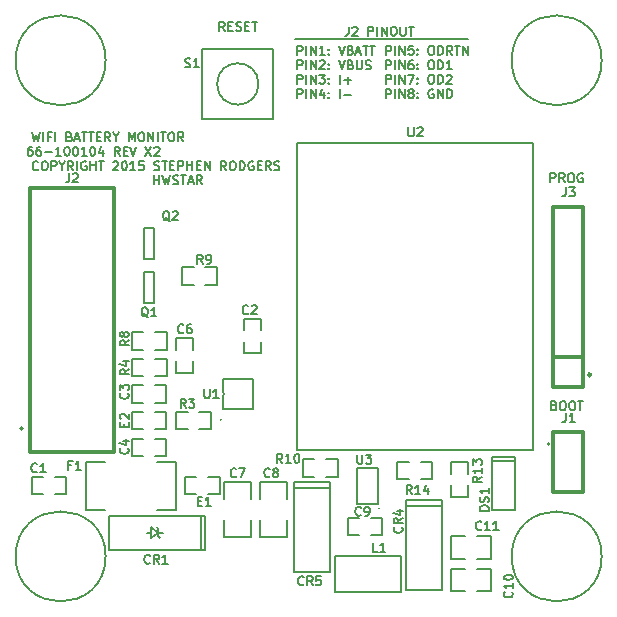
<source format=gto>
G04 #@! TF.FileFunction,Legend,Top*
%FSLAX46Y46*%
G04 Gerber Fmt 4.6, Leading zero omitted, Abs format (unit mm)*
G04 Created by KiCad (PCBNEW (2015-06-05 BZR 5717)-product) date Fri 31 Jul 2015 19:12:08 PDT*
%MOMM*%
G01*
G04 APERTURE LIST*
%ADD10C,0.100000*%
%ADD11C,0.152400*%
%ADD12C,0.200000*%
%ADD13C,0.150000*%
%ADD14C,0.127000*%
%ADD15C,0.304800*%
%ADD16C,0.228600*%
G04 APERTURE END LIST*
D10*
D11*
X121593429Y-70093114D02*
X121774858Y-70855114D01*
X121920001Y-70310829D01*
X122065143Y-70855114D01*
X122246572Y-70093114D01*
X122536858Y-70855114D02*
X122536858Y-70093114D01*
X123153715Y-70455971D02*
X122899715Y-70455971D01*
X122899715Y-70855114D02*
X122899715Y-70093114D01*
X123262572Y-70093114D01*
X123552858Y-70855114D02*
X123552858Y-70093114D01*
X124750286Y-70455971D02*
X124859143Y-70492257D01*
X124895428Y-70528543D01*
X124931714Y-70601114D01*
X124931714Y-70709971D01*
X124895428Y-70782543D01*
X124859143Y-70818829D01*
X124786571Y-70855114D01*
X124496286Y-70855114D01*
X124496286Y-70093114D01*
X124750286Y-70093114D01*
X124822857Y-70129400D01*
X124859143Y-70165686D01*
X124895428Y-70238257D01*
X124895428Y-70310829D01*
X124859143Y-70383400D01*
X124822857Y-70419686D01*
X124750286Y-70455971D01*
X124496286Y-70455971D01*
X125222000Y-70637400D02*
X125584857Y-70637400D01*
X125149428Y-70855114D02*
X125403428Y-70093114D01*
X125657428Y-70855114D01*
X125802571Y-70093114D02*
X126238000Y-70093114D01*
X126020286Y-70855114D02*
X126020286Y-70093114D01*
X126383142Y-70093114D02*
X126818571Y-70093114D01*
X126600857Y-70855114D02*
X126600857Y-70093114D01*
X127072571Y-70455971D02*
X127326571Y-70455971D01*
X127435428Y-70855114D02*
X127072571Y-70855114D01*
X127072571Y-70093114D01*
X127435428Y-70093114D01*
X128197428Y-70855114D02*
X127943428Y-70492257D01*
X127762000Y-70855114D02*
X127762000Y-70093114D01*
X128052285Y-70093114D01*
X128124857Y-70129400D01*
X128161142Y-70165686D01*
X128197428Y-70238257D01*
X128197428Y-70347114D01*
X128161142Y-70419686D01*
X128124857Y-70455971D01*
X128052285Y-70492257D01*
X127762000Y-70492257D01*
X128669142Y-70492257D02*
X128669142Y-70855114D01*
X128415142Y-70093114D02*
X128669142Y-70492257D01*
X128923142Y-70093114D01*
X129757714Y-70855114D02*
X129757714Y-70093114D01*
X130011714Y-70637400D01*
X130265714Y-70093114D01*
X130265714Y-70855114D01*
X130773713Y-70093114D02*
X130918856Y-70093114D01*
X130991428Y-70129400D01*
X131063999Y-70201971D01*
X131100285Y-70347114D01*
X131100285Y-70601114D01*
X131063999Y-70746257D01*
X130991428Y-70818829D01*
X130918856Y-70855114D01*
X130773713Y-70855114D01*
X130701142Y-70818829D01*
X130628571Y-70746257D01*
X130592285Y-70601114D01*
X130592285Y-70347114D01*
X130628571Y-70201971D01*
X130701142Y-70129400D01*
X130773713Y-70093114D01*
X131426857Y-70855114D02*
X131426857Y-70093114D01*
X131862285Y-70855114D01*
X131862285Y-70093114D01*
X132225143Y-70855114D02*
X132225143Y-70093114D01*
X132479142Y-70093114D02*
X132914571Y-70093114D01*
X132696857Y-70855114D02*
X132696857Y-70093114D01*
X133313713Y-70093114D02*
X133458856Y-70093114D01*
X133531428Y-70129400D01*
X133603999Y-70201971D01*
X133640285Y-70347114D01*
X133640285Y-70601114D01*
X133603999Y-70746257D01*
X133531428Y-70818829D01*
X133458856Y-70855114D01*
X133313713Y-70855114D01*
X133241142Y-70818829D01*
X133168571Y-70746257D01*
X133132285Y-70601114D01*
X133132285Y-70347114D01*
X133168571Y-70201971D01*
X133241142Y-70129400D01*
X133313713Y-70093114D01*
X134402285Y-70855114D02*
X134148285Y-70492257D01*
X133966857Y-70855114D02*
X133966857Y-70093114D01*
X134257142Y-70093114D01*
X134329714Y-70129400D01*
X134365999Y-70165686D01*
X134402285Y-70238257D01*
X134402285Y-70347114D01*
X134365999Y-70419686D01*
X134329714Y-70455971D01*
X134257142Y-70492257D01*
X133966857Y-70492257D01*
X121571659Y-71312314D02*
X121426516Y-71312314D01*
X121353945Y-71348600D01*
X121317659Y-71384886D01*
X121245088Y-71493743D01*
X121208802Y-71638886D01*
X121208802Y-71929171D01*
X121245088Y-72001743D01*
X121281373Y-72038029D01*
X121353945Y-72074314D01*
X121499088Y-72074314D01*
X121571659Y-72038029D01*
X121607945Y-72001743D01*
X121644230Y-71929171D01*
X121644230Y-71747743D01*
X121607945Y-71675171D01*
X121571659Y-71638886D01*
X121499088Y-71602600D01*
X121353945Y-71602600D01*
X121281373Y-71638886D01*
X121245088Y-71675171D01*
X121208802Y-71747743D01*
X122297373Y-71312314D02*
X122152230Y-71312314D01*
X122079659Y-71348600D01*
X122043373Y-71384886D01*
X121970802Y-71493743D01*
X121934516Y-71638886D01*
X121934516Y-71929171D01*
X121970802Y-72001743D01*
X122007087Y-72038029D01*
X122079659Y-72074314D01*
X122224802Y-72074314D01*
X122297373Y-72038029D01*
X122333659Y-72001743D01*
X122369944Y-71929171D01*
X122369944Y-71747743D01*
X122333659Y-71675171D01*
X122297373Y-71638886D01*
X122224802Y-71602600D01*
X122079659Y-71602600D01*
X122007087Y-71638886D01*
X121970802Y-71675171D01*
X121934516Y-71747743D01*
X122696516Y-71784029D02*
X123277087Y-71784029D01*
X124039087Y-72074314D02*
X123603659Y-72074314D01*
X123821373Y-72074314D02*
X123821373Y-71312314D01*
X123748802Y-71421171D01*
X123676230Y-71493743D01*
X123603659Y-71530029D01*
X124510801Y-71312314D02*
X124583373Y-71312314D01*
X124655944Y-71348600D01*
X124692230Y-71384886D01*
X124728516Y-71457457D01*
X124764801Y-71602600D01*
X124764801Y-71784029D01*
X124728516Y-71929171D01*
X124692230Y-72001743D01*
X124655944Y-72038029D01*
X124583373Y-72074314D01*
X124510801Y-72074314D01*
X124438230Y-72038029D01*
X124401944Y-72001743D01*
X124365659Y-71929171D01*
X124329373Y-71784029D01*
X124329373Y-71602600D01*
X124365659Y-71457457D01*
X124401944Y-71384886D01*
X124438230Y-71348600D01*
X124510801Y-71312314D01*
X125236515Y-71312314D02*
X125309087Y-71312314D01*
X125381658Y-71348600D01*
X125417944Y-71384886D01*
X125454230Y-71457457D01*
X125490515Y-71602600D01*
X125490515Y-71784029D01*
X125454230Y-71929171D01*
X125417944Y-72001743D01*
X125381658Y-72038029D01*
X125309087Y-72074314D01*
X125236515Y-72074314D01*
X125163944Y-72038029D01*
X125127658Y-72001743D01*
X125091373Y-71929171D01*
X125055087Y-71784029D01*
X125055087Y-71602600D01*
X125091373Y-71457457D01*
X125127658Y-71384886D01*
X125163944Y-71348600D01*
X125236515Y-71312314D01*
X126216229Y-72074314D02*
X125780801Y-72074314D01*
X125998515Y-72074314D02*
X125998515Y-71312314D01*
X125925944Y-71421171D01*
X125853372Y-71493743D01*
X125780801Y-71530029D01*
X126687943Y-71312314D02*
X126760515Y-71312314D01*
X126833086Y-71348600D01*
X126869372Y-71384886D01*
X126905658Y-71457457D01*
X126941943Y-71602600D01*
X126941943Y-71784029D01*
X126905658Y-71929171D01*
X126869372Y-72001743D01*
X126833086Y-72038029D01*
X126760515Y-72074314D01*
X126687943Y-72074314D01*
X126615372Y-72038029D01*
X126579086Y-72001743D01*
X126542801Y-71929171D01*
X126506515Y-71784029D01*
X126506515Y-71602600D01*
X126542801Y-71457457D01*
X126579086Y-71384886D01*
X126615372Y-71348600D01*
X126687943Y-71312314D01*
X127595086Y-71566314D02*
X127595086Y-72074314D01*
X127413657Y-71276029D02*
X127232229Y-71820314D01*
X127703943Y-71820314D01*
X129010228Y-72074314D02*
X128756228Y-71711457D01*
X128574800Y-72074314D02*
X128574800Y-71312314D01*
X128865085Y-71312314D01*
X128937657Y-71348600D01*
X128973942Y-71384886D01*
X129010228Y-71457457D01*
X129010228Y-71566314D01*
X128973942Y-71638886D01*
X128937657Y-71675171D01*
X128865085Y-71711457D01*
X128574800Y-71711457D01*
X129336800Y-71675171D02*
X129590800Y-71675171D01*
X129699657Y-72074314D02*
X129336800Y-72074314D01*
X129336800Y-71312314D01*
X129699657Y-71312314D01*
X129917371Y-71312314D02*
X130171371Y-72074314D01*
X130425371Y-71312314D01*
X131187371Y-71312314D02*
X131695371Y-72074314D01*
X131695371Y-71312314D02*
X131187371Y-72074314D01*
X131949371Y-71384886D02*
X131985657Y-71348600D01*
X132058228Y-71312314D01*
X132239657Y-71312314D01*
X132312228Y-71348600D01*
X132348514Y-71384886D01*
X132384799Y-71457457D01*
X132384799Y-71530029D01*
X132348514Y-71638886D01*
X131913085Y-72074314D01*
X132384799Y-72074314D01*
X131894944Y-74512714D02*
X131894944Y-73750714D01*
X131894944Y-74113571D02*
X132330372Y-74113571D01*
X132330372Y-74512714D02*
X132330372Y-73750714D01*
X132620658Y-73750714D02*
X132802087Y-74512714D01*
X132947230Y-73968429D01*
X133092372Y-74512714D01*
X133273801Y-73750714D01*
X133527801Y-74476429D02*
X133636658Y-74512714D01*
X133818087Y-74512714D01*
X133890658Y-74476429D01*
X133926944Y-74440143D01*
X133963229Y-74367571D01*
X133963229Y-74295000D01*
X133926944Y-74222429D01*
X133890658Y-74186143D01*
X133818087Y-74149857D01*
X133672944Y-74113571D01*
X133600372Y-74077286D01*
X133564087Y-74041000D01*
X133527801Y-73968429D01*
X133527801Y-73895857D01*
X133564087Y-73823286D01*
X133600372Y-73787000D01*
X133672944Y-73750714D01*
X133854372Y-73750714D01*
X133963229Y-73787000D01*
X134180943Y-73750714D02*
X134616372Y-73750714D01*
X134398658Y-74512714D02*
X134398658Y-73750714D01*
X134834086Y-74295000D02*
X135196943Y-74295000D01*
X134761514Y-74512714D02*
X135015514Y-73750714D01*
X135269514Y-74512714D01*
X135958943Y-74512714D02*
X135704943Y-74149857D01*
X135523515Y-74512714D02*
X135523515Y-73750714D01*
X135813800Y-73750714D01*
X135886372Y-73787000D01*
X135922657Y-73823286D01*
X135958943Y-73895857D01*
X135958943Y-74004714D01*
X135922657Y-74077286D01*
X135886372Y-74113571D01*
X135813800Y-74149857D01*
X135523515Y-74149857D01*
X122101429Y-73220943D02*
X122065143Y-73257229D01*
X121956286Y-73293514D01*
X121883715Y-73293514D01*
X121774858Y-73257229D01*
X121702286Y-73184657D01*
X121666001Y-73112086D01*
X121629715Y-72966943D01*
X121629715Y-72858086D01*
X121666001Y-72712943D01*
X121702286Y-72640371D01*
X121774858Y-72567800D01*
X121883715Y-72531514D01*
X121956286Y-72531514D01*
X122065143Y-72567800D01*
X122101429Y-72604086D01*
X122573143Y-72531514D02*
X122718286Y-72531514D01*
X122790858Y-72567800D01*
X122863429Y-72640371D01*
X122899715Y-72785514D01*
X122899715Y-73039514D01*
X122863429Y-73184657D01*
X122790858Y-73257229D01*
X122718286Y-73293514D01*
X122573143Y-73293514D01*
X122500572Y-73257229D01*
X122428001Y-73184657D01*
X122391715Y-73039514D01*
X122391715Y-72785514D01*
X122428001Y-72640371D01*
X122500572Y-72567800D01*
X122573143Y-72531514D01*
X123226287Y-73293514D02*
X123226287Y-72531514D01*
X123516572Y-72531514D01*
X123589144Y-72567800D01*
X123625429Y-72604086D01*
X123661715Y-72676657D01*
X123661715Y-72785514D01*
X123625429Y-72858086D01*
X123589144Y-72894371D01*
X123516572Y-72930657D01*
X123226287Y-72930657D01*
X124133429Y-72930657D02*
X124133429Y-73293514D01*
X123879429Y-72531514D02*
X124133429Y-72930657D01*
X124387429Y-72531514D01*
X125076858Y-73293514D02*
X124822858Y-72930657D01*
X124641430Y-73293514D02*
X124641430Y-72531514D01*
X124931715Y-72531514D01*
X125004287Y-72567800D01*
X125040572Y-72604086D01*
X125076858Y-72676657D01*
X125076858Y-72785514D01*
X125040572Y-72858086D01*
X125004287Y-72894371D01*
X124931715Y-72930657D01*
X124641430Y-72930657D01*
X125403430Y-73293514D02*
X125403430Y-72531514D01*
X126165429Y-72567800D02*
X126092858Y-72531514D01*
X125984001Y-72531514D01*
X125875144Y-72567800D01*
X125802572Y-72640371D01*
X125766287Y-72712943D01*
X125730001Y-72858086D01*
X125730001Y-72966943D01*
X125766287Y-73112086D01*
X125802572Y-73184657D01*
X125875144Y-73257229D01*
X125984001Y-73293514D01*
X126056572Y-73293514D01*
X126165429Y-73257229D01*
X126201715Y-73220943D01*
X126201715Y-72966943D01*
X126056572Y-72966943D01*
X126528287Y-73293514D02*
X126528287Y-72531514D01*
X126528287Y-72894371D02*
X126963715Y-72894371D01*
X126963715Y-73293514D02*
X126963715Y-72531514D01*
X127217715Y-72531514D02*
X127653144Y-72531514D01*
X127435430Y-73293514D02*
X127435430Y-72531514D01*
X128451429Y-72604086D02*
X128487715Y-72567800D01*
X128560286Y-72531514D01*
X128741715Y-72531514D01*
X128814286Y-72567800D01*
X128850572Y-72604086D01*
X128886857Y-72676657D01*
X128886857Y-72749229D01*
X128850572Y-72858086D01*
X128415143Y-73293514D01*
X128886857Y-73293514D01*
X129358571Y-72531514D02*
X129431143Y-72531514D01*
X129503714Y-72567800D01*
X129540000Y-72604086D01*
X129576286Y-72676657D01*
X129612571Y-72821800D01*
X129612571Y-73003229D01*
X129576286Y-73148371D01*
X129540000Y-73220943D01*
X129503714Y-73257229D01*
X129431143Y-73293514D01*
X129358571Y-73293514D01*
X129286000Y-73257229D01*
X129249714Y-73220943D01*
X129213429Y-73148371D01*
X129177143Y-73003229D01*
X129177143Y-72821800D01*
X129213429Y-72676657D01*
X129249714Y-72604086D01*
X129286000Y-72567800D01*
X129358571Y-72531514D01*
X130338285Y-73293514D02*
X129902857Y-73293514D01*
X130120571Y-73293514D02*
X130120571Y-72531514D01*
X130048000Y-72640371D01*
X129975428Y-72712943D01*
X129902857Y-72749229D01*
X131027714Y-72531514D02*
X130664857Y-72531514D01*
X130628571Y-72894371D01*
X130664857Y-72858086D01*
X130737428Y-72821800D01*
X130918857Y-72821800D01*
X130991428Y-72858086D01*
X131027714Y-72894371D01*
X131063999Y-72966943D01*
X131063999Y-73148371D01*
X131027714Y-73220943D01*
X130991428Y-73257229D01*
X130918857Y-73293514D01*
X130737428Y-73293514D01*
X130664857Y-73257229D01*
X130628571Y-73220943D01*
X131934856Y-73257229D02*
X132043713Y-73293514D01*
X132225142Y-73293514D01*
X132297713Y-73257229D01*
X132333999Y-73220943D01*
X132370284Y-73148371D01*
X132370284Y-73075800D01*
X132333999Y-73003229D01*
X132297713Y-72966943D01*
X132225142Y-72930657D01*
X132079999Y-72894371D01*
X132007427Y-72858086D01*
X131971142Y-72821800D01*
X131934856Y-72749229D01*
X131934856Y-72676657D01*
X131971142Y-72604086D01*
X132007427Y-72567800D01*
X132079999Y-72531514D01*
X132261427Y-72531514D01*
X132370284Y-72567800D01*
X132587998Y-72531514D02*
X133023427Y-72531514D01*
X132805713Y-73293514D02*
X132805713Y-72531514D01*
X133277427Y-72894371D02*
X133531427Y-72894371D01*
X133640284Y-73293514D02*
X133277427Y-73293514D01*
X133277427Y-72531514D01*
X133640284Y-72531514D01*
X133966856Y-73293514D02*
X133966856Y-72531514D01*
X134257141Y-72531514D01*
X134329713Y-72567800D01*
X134365998Y-72604086D01*
X134402284Y-72676657D01*
X134402284Y-72785514D01*
X134365998Y-72858086D01*
X134329713Y-72894371D01*
X134257141Y-72930657D01*
X133966856Y-72930657D01*
X134728856Y-73293514D02*
X134728856Y-72531514D01*
X134728856Y-72894371D02*
X135164284Y-72894371D01*
X135164284Y-73293514D02*
X135164284Y-72531514D01*
X135527142Y-72894371D02*
X135781142Y-72894371D01*
X135889999Y-73293514D02*
X135527142Y-73293514D01*
X135527142Y-72531514D01*
X135889999Y-72531514D01*
X136216571Y-73293514D02*
X136216571Y-72531514D01*
X136651999Y-73293514D01*
X136651999Y-72531514D01*
X138030856Y-73293514D02*
X137776856Y-72930657D01*
X137595428Y-73293514D02*
X137595428Y-72531514D01*
X137885713Y-72531514D01*
X137958285Y-72567800D01*
X137994570Y-72604086D01*
X138030856Y-72676657D01*
X138030856Y-72785514D01*
X137994570Y-72858086D01*
X137958285Y-72894371D01*
X137885713Y-72930657D01*
X137595428Y-72930657D01*
X138502570Y-72531514D02*
X138647713Y-72531514D01*
X138720285Y-72567800D01*
X138792856Y-72640371D01*
X138829142Y-72785514D01*
X138829142Y-73039514D01*
X138792856Y-73184657D01*
X138720285Y-73257229D01*
X138647713Y-73293514D01*
X138502570Y-73293514D01*
X138429999Y-73257229D01*
X138357428Y-73184657D01*
X138321142Y-73039514D01*
X138321142Y-72785514D01*
X138357428Y-72640371D01*
X138429999Y-72567800D01*
X138502570Y-72531514D01*
X139155714Y-73293514D02*
X139155714Y-72531514D01*
X139337142Y-72531514D01*
X139445999Y-72567800D01*
X139518571Y-72640371D01*
X139554856Y-72712943D01*
X139591142Y-72858086D01*
X139591142Y-72966943D01*
X139554856Y-73112086D01*
X139518571Y-73184657D01*
X139445999Y-73257229D01*
X139337142Y-73293514D01*
X139155714Y-73293514D01*
X140316856Y-72567800D02*
X140244285Y-72531514D01*
X140135428Y-72531514D01*
X140026571Y-72567800D01*
X139953999Y-72640371D01*
X139917714Y-72712943D01*
X139881428Y-72858086D01*
X139881428Y-72966943D01*
X139917714Y-73112086D01*
X139953999Y-73184657D01*
X140026571Y-73257229D01*
X140135428Y-73293514D01*
X140207999Y-73293514D01*
X140316856Y-73257229D01*
X140353142Y-73220943D01*
X140353142Y-72966943D01*
X140207999Y-72966943D01*
X140679714Y-72894371D02*
X140933714Y-72894371D01*
X141042571Y-73293514D02*
X140679714Y-73293514D01*
X140679714Y-72531514D01*
X141042571Y-72531514D01*
X141804571Y-73293514D02*
X141550571Y-72930657D01*
X141369143Y-73293514D02*
X141369143Y-72531514D01*
X141659428Y-72531514D01*
X141732000Y-72567800D01*
X141768285Y-72604086D01*
X141804571Y-72676657D01*
X141804571Y-72785514D01*
X141768285Y-72858086D01*
X141732000Y-72894371D01*
X141659428Y-72930657D01*
X141369143Y-72930657D01*
X142094857Y-73257229D02*
X142203714Y-73293514D01*
X142385143Y-73293514D01*
X142457714Y-73257229D01*
X142494000Y-73220943D01*
X142530285Y-73148371D01*
X142530285Y-73075800D01*
X142494000Y-73003229D01*
X142457714Y-72966943D01*
X142385143Y-72930657D01*
X142240000Y-72894371D01*
X142167428Y-72858086D01*
X142131143Y-72821800D01*
X142094857Y-72749229D01*
X142094857Y-72676657D01*
X142131143Y-72604086D01*
X142167428Y-72567800D01*
X142240000Y-72531514D01*
X142421428Y-72531514D01*
X142530285Y-72567800D01*
X148383172Y-61152314D02*
X148383172Y-61696600D01*
X148346886Y-61805457D01*
X148274315Y-61878029D01*
X148165458Y-61914314D01*
X148092886Y-61914314D01*
X148709743Y-61224886D02*
X148746029Y-61188600D01*
X148818600Y-61152314D01*
X149000029Y-61152314D01*
X149072600Y-61188600D01*
X149108886Y-61224886D01*
X149145171Y-61297457D01*
X149145171Y-61370029D01*
X149108886Y-61478886D01*
X148673457Y-61914314D01*
X149145171Y-61914314D01*
X150052314Y-61914314D02*
X150052314Y-61152314D01*
X150342599Y-61152314D01*
X150415171Y-61188600D01*
X150451456Y-61224886D01*
X150487742Y-61297457D01*
X150487742Y-61406314D01*
X150451456Y-61478886D01*
X150415171Y-61515171D01*
X150342599Y-61551457D01*
X150052314Y-61551457D01*
X150814314Y-61914314D02*
X150814314Y-61152314D01*
X151177171Y-61914314D02*
X151177171Y-61152314D01*
X151612599Y-61914314D01*
X151612599Y-61152314D01*
X152120599Y-61152314D02*
X152265742Y-61152314D01*
X152338314Y-61188600D01*
X152410885Y-61261171D01*
X152447171Y-61406314D01*
X152447171Y-61660314D01*
X152410885Y-61805457D01*
X152338314Y-61878029D01*
X152265742Y-61914314D01*
X152120599Y-61914314D01*
X152048028Y-61878029D01*
X151975457Y-61805457D01*
X151939171Y-61660314D01*
X151939171Y-61406314D01*
X151975457Y-61261171D01*
X152048028Y-61188600D01*
X152120599Y-61152314D01*
X152773743Y-61152314D02*
X152773743Y-61769171D01*
X152810028Y-61841743D01*
X152846314Y-61878029D01*
X152918885Y-61914314D01*
X153064028Y-61914314D01*
X153136600Y-61878029D01*
X153172885Y-61841743D01*
X153209171Y-61769171D01*
X153209171Y-61152314D01*
X153463171Y-61152314D02*
X153898600Y-61152314D01*
X153680886Y-61914314D02*
X153680886Y-61152314D01*
D12*
X143865600Y-62179200D02*
X158496000Y-62179200D01*
D11*
X151565429Y-63539914D02*
X151565429Y-62777914D01*
X151855714Y-62777914D01*
X151928286Y-62814200D01*
X151964571Y-62850486D01*
X152000857Y-62923057D01*
X152000857Y-63031914D01*
X151964571Y-63104486D01*
X151928286Y-63140771D01*
X151855714Y-63177057D01*
X151565429Y-63177057D01*
X152327429Y-63539914D02*
X152327429Y-62777914D01*
X152690286Y-63539914D02*
X152690286Y-62777914D01*
X153125714Y-63539914D01*
X153125714Y-62777914D01*
X153851429Y-62777914D02*
X153488572Y-62777914D01*
X153452286Y-63140771D01*
X153488572Y-63104486D01*
X153561143Y-63068200D01*
X153742572Y-63068200D01*
X153815143Y-63104486D01*
X153851429Y-63140771D01*
X153887714Y-63213343D01*
X153887714Y-63394771D01*
X153851429Y-63467343D01*
X153815143Y-63503629D01*
X153742572Y-63539914D01*
X153561143Y-63539914D01*
X153488572Y-63503629D01*
X153452286Y-63467343D01*
X154214286Y-63467343D02*
X154250571Y-63503629D01*
X154214286Y-63539914D01*
X154178000Y-63503629D01*
X154214286Y-63467343D01*
X154214286Y-63539914D01*
X154214286Y-63068200D02*
X154250571Y-63104486D01*
X154214286Y-63140771D01*
X154178000Y-63104486D01*
X154214286Y-63068200D01*
X154214286Y-63140771D01*
X155302856Y-62777914D02*
X155447999Y-62777914D01*
X155520571Y-62814200D01*
X155593142Y-62886771D01*
X155629428Y-63031914D01*
X155629428Y-63285914D01*
X155593142Y-63431057D01*
X155520571Y-63503629D01*
X155447999Y-63539914D01*
X155302856Y-63539914D01*
X155230285Y-63503629D01*
X155157714Y-63431057D01*
X155121428Y-63285914D01*
X155121428Y-63031914D01*
X155157714Y-62886771D01*
X155230285Y-62814200D01*
X155302856Y-62777914D01*
X155956000Y-63539914D02*
X155956000Y-62777914D01*
X156137428Y-62777914D01*
X156246285Y-62814200D01*
X156318857Y-62886771D01*
X156355142Y-62959343D01*
X156391428Y-63104486D01*
X156391428Y-63213343D01*
X156355142Y-63358486D01*
X156318857Y-63431057D01*
X156246285Y-63503629D01*
X156137428Y-63539914D01*
X155956000Y-63539914D01*
X157153428Y-63539914D02*
X156899428Y-63177057D01*
X156718000Y-63539914D02*
X156718000Y-62777914D01*
X157008285Y-62777914D01*
X157080857Y-62814200D01*
X157117142Y-62850486D01*
X157153428Y-62923057D01*
X157153428Y-63031914D01*
X157117142Y-63104486D01*
X157080857Y-63140771D01*
X157008285Y-63177057D01*
X156718000Y-63177057D01*
X157371142Y-62777914D02*
X157806571Y-62777914D01*
X157588857Y-63539914D02*
X157588857Y-62777914D01*
X158060571Y-63539914D02*
X158060571Y-62777914D01*
X158495999Y-63539914D01*
X158495999Y-62777914D01*
X151565429Y-64759114D02*
X151565429Y-63997114D01*
X151855714Y-63997114D01*
X151928286Y-64033400D01*
X151964571Y-64069686D01*
X152000857Y-64142257D01*
X152000857Y-64251114D01*
X151964571Y-64323686D01*
X151928286Y-64359971D01*
X151855714Y-64396257D01*
X151565429Y-64396257D01*
X152327429Y-64759114D02*
X152327429Y-63997114D01*
X152690286Y-64759114D02*
X152690286Y-63997114D01*
X153125714Y-64759114D01*
X153125714Y-63997114D01*
X153815143Y-63997114D02*
X153670000Y-63997114D01*
X153597429Y-64033400D01*
X153561143Y-64069686D01*
X153488572Y-64178543D01*
X153452286Y-64323686D01*
X153452286Y-64613971D01*
X153488572Y-64686543D01*
X153524857Y-64722829D01*
X153597429Y-64759114D01*
X153742572Y-64759114D01*
X153815143Y-64722829D01*
X153851429Y-64686543D01*
X153887714Y-64613971D01*
X153887714Y-64432543D01*
X153851429Y-64359971D01*
X153815143Y-64323686D01*
X153742572Y-64287400D01*
X153597429Y-64287400D01*
X153524857Y-64323686D01*
X153488572Y-64359971D01*
X153452286Y-64432543D01*
X154214286Y-64686543D02*
X154250571Y-64722829D01*
X154214286Y-64759114D01*
X154178000Y-64722829D01*
X154214286Y-64686543D01*
X154214286Y-64759114D01*
X154214286Y-64287400D02*
X154250571Y-64323686D01*
X154214286Y-64359971D01*
X154178000Y-64323686D01*
X154214286Y-64287400D01*
X154214286Y-64359971D01*
X155302856Y-63997114D02*
X155447999Y-63997114D01*
X155520571Y-64033400D01*
X155593142Y-64105971D01*
X155629428Y-64251114D01*
X155629428Y-64505114D01*
X155593142Y-64650257D01*
X155520571Y-64722829D01*
X155447999Y-64759114D01*
X155302856Y-64759114D01*
X155230285Y-64722829D01*
X155157714Y-64650257D01*
X155121428Y-64505114D01*
X155121428Y-64251114D01*
X155157714Y-64105971D01*
X155230285Y-64033400D01*
X155302856Y-63997114D01*
X155956000Y-64759114D02*
X155956000Y-63997114D01*
X156137428Y-63997114D01*
X156246285Y-64033400D01*
X156318857Y-64105971D01*
X156355142Y-64178543D01*
X156391428Y-64323686D01*
X156391428Y-64432543D01*
X156355142Y-64577686D01*
X156318857Y-64650257D01*
X156246285Y-64722829D01*
X156137428Y-64759114D01*
X155956000Y-64759114D01*
X157117142Y-64759114D02*
X156681714Y-64759114D01*
X156899428Y-64759114D02*
X156899428Y-63997114D01*
X156826857Y-64105971D01*
X156754285Y-64178543D01*
X156681714Y-64214829D01*
X151565429Y-65978314D02*
X151565429Y-65216314D01*
X151855714Y-65216314D01*
X151928286Y-65252600D01*
X151964571Y-65288886D01*
X152000857Y-65361457D01*
X152000857Y-65470314D01*
X151964571Y-65542886D01*
X151928286Y-65579171D01*
X151855714Y-65615457D01*
X151565429Y-65615457D01*
X152327429Y-65978314D02*
X152327429Y-65216314D01*
X152690286Y-65978314D02*
X152690286Y-65216314D01*
X153125714Y-65978314D01*
X153125714Y-65216314D01*
X153416000Y-65216314D02*
X153924000Y-65216314D01*
X153597429Y-65978314D01*
X154214286Y-65905743D02*
X154250571Y-65942029D01*
X154214286Y-65978314D01*
X154178000Y-65942029D01*
X154214286Y-65905743D01*
X154214286Y-65978314D01*
X154214286Y-65506600D02*
X154250571Y-65542886D01*
X154214286Y-65579171D01*
X154178000Y-65542886D01*
X154214286Y-65506600D01*
X154214286Y-65579171D01*
X155302856Y-65216314D02*
X155447999Y-65216314D01*
X155520571Y-65252600D01*
X155593142Y-65325171D01*
X155629428Y-65470314D01*
X155629428Y-65724314D01*
X155593142Y-65869457D01*
X155520571Y-65942029D01*
X155447999Y-65978314D01*
X155302856Y-65978314D01*
X155230285Y-65942029D01*
X155157714Y-65869457D01*
X155121428Y-65724314D01*
X155121428Y-65470314D01*
X155157714Y-65325171D01*
X155230285Y-65252600D01*
X155302856Y-65216314D01*
X155956000Y-65978314D02*
X155956000Y-65216314D01*
X156137428Y-65216314D01*
X156246285Y-65252600D01*
X156318857Y-65325171D01*
X156355142Y-65397743D01*
X156391428Y-65542886D01*
X156391428Y-65651743D01*
X156355142Y-65796886D01*
X156318857Y-65869457D01*
X156246285Y-65942029D01*
X156137428Y-65978314D01*
X155956000Y-65978314D01*
X156681714Y-65288886D02*
X156718000Y-65252600D01*
X156790571Y-65216314D01*
X156972000Y-65216314D01*
X157044571Y-65252600D01*
X157080857Y-65288886D01*
X157117142Y-65361457D01*
X157117142Y-65434029D01*
X157080857Y-65542886D01*
X156645428Y-65978314D01*
X157117142Y-65978314D01*
X151565429Y-67197514D02*
X151565429Y-66435514D01*
X151855714Y-66435514D01*
X151928286Y-66471800D01*
X151964571Y-66508086D01*
X152000857Y-66580657D01*
X152000857Y-66689514D01*
X151964571Y-66762086D01*
X151928286Y-66798371D01*
X151855714Y-66834657D01*
X151565429Y-66834657D01*
X152327429Y-67197514D02*
X152327429Y-66435514D01*
X152690286Y-67197514D02*
X152690286Y-66435514D01*
X153125714Y-67197514D01*
X153125714Y-66435514D01*
X153597429Y-66762086D02*
X153524857Y-66725800D01*
X153488572Y-66689514D01*
X153452286Y-66616943D01*
X153452286Y-66580657D01*
X153488572Y-66508086D01*
X153524857Y-66471800D01*
X153597429Y-66435514D01*
X153742572Y-66435514D01*
X153815143Y-66471800D01*
X153851429Y-66508086D01*
X153887714Y-66580657D01*
X153887714Y-66616943D01*
X153851429Y-66689514D01*
X153815143Y-66725800D01*
X153742572Y-66762086D01*
X153597429Y-66762086D01*
X153524857Y-66798371D01*
X153488572Y-66834657D01*
X153452286Y-66907229D01*
X153452286Y-67052371D01*
X153488572Y-67124943D01*
X153524857Y-67161229D01*
X153597429Y-67197514D01*
X153742572Y-67197514D01*
X153815143Y-67161229D01*
X153851429Y-67124943D01*
X153887714Y-67052371D01*
X153887714Y-66907229D01*
X153851429Y-66834657D01*
X153815143Y-66798371D01*
X153742572Y-66762086D01*
X154214286Y-67124943D02*
X154250571Y-67161229D01*
X154214286Y-67197514D01*
X154178000Y-67161229D01*
X154214286Y-67124943D01*
X154214286Y-67197514D01*
X154214286Y-66725800D02*
X154250571Y-66762086D01*
X154214286Y-66798371D01*
X154178000Y-66762086D01*
X154214286Y-66725800D01*
X154214286Y-66798371D01*
X155556856Y-66471800D02*
X155484285Y-66435514D01*
X155375428Y-66435514D01*
X155266571Y-66471800D01*
X155193999Y-66544371D01*
X155157714Y-66616943D01*
X155121428Y-66762086D01*
X155121428Y-66870943D01*
X155157714Y-67016086D01*
X155193999Y-67088657D01*
X155266571Y-67161229D01*
X155375428Y-67197514D01*
X155447999Y-67197514D01*
X155556856Y-67161229D01*
X155593142Y-67124943D01*
X155593142Y-66870943D01*
X155447999Y-66870943D01*
X155919714Y-67197514D02*
X155919714Y-66435514D01*
X156355142Y-67197514D01*
X156355142Y-66435514D01*
X156718000Y-67197514D02*
X156718000Y-66435514D01*
X156899428Y-66435514D01*
X157008285Y-66471800D01*
X157080857Y-66544371D01*
X157117142Y-66616943D01*
X157153428Y-66762086D01*
X157153428Y-66870943D01*
X157117142Y-67016086D01*
X157080857Y-67088657D01*
X157008285Y-67161229D01*
X156899428Y-67197514D01*
X156718000Y-67197514D01*
X144047029Y-63539914D02*
X144047029Y-62777914D01*
X144337314Y-62777914D01*
X144409886Y-62814200D01*
X144446171Y-62850486D01*
X144482457Y-62923057D01*
X144482457Y-63031914D01*
X144446171Y-63104486D01*
X144409886Y-63140771D01*
X144337314Y-63177057D01*
X144047029Y-63177057D01*
X144809029Y-63539914D02*
X144809029Y-62777914D01*
X145171886Y-63539914D02*
X145171886Y-62777914D01*
X145607314Y-63539914D01*
X145607314Y-62777914D01*
X146369314Y-63539914D02*
X145933886Y-63539914D01*
X146151600Y-63539914D02*
X146151600Y-62777914D01*
X146079029Y-62886771D01*
X146006457Y-62959343D01*
X145933886Y-62995629D01*
X146695886Y-63467343D02*
X146732171Y-63503629D01*
X146695886Y-63539914D01*
X146659600Y-63503629D01*
X146695886Y-63467343D01*
X146695886Y-63539914D01*
X146695886Y-63068200D02*
X146732171Y-63104486D01*
X146695886Y-63140771D01*
X146659600Y-63104486D01*
X146695886Y-63068200D01*
X146695886Y-63140771D01*
X147530456Y-62777914D02*
X147784456Y-63539914D01*
X148038456Y-62777914D01*
X148546457Y-63140771D02*
X148655314Y-63177057D01*
X148691599Y-63213343D01*
X148727885Y-63285914D01*
X148727885Y-63394771D01*
X148691599Y-63467343D01*
X148655314Y-63503629D01*
X148582742Y-63539914D01*
X148292457Y-63539914D01*
X148292457Y-62777914D01*
X148546457Y-62777914D01*
X148619028Y-62814200D01*
X148655314Y-62850486D01*
X148691599Y-62923057D01*
X148691599Y-62995629D01*
X148655314Y-63068200D01*
X148619028Y-63104486D01*
X148546457Y-63140771D01*
X148292457Y-63140771D01*
X149018171Y-63322200D02*
X149381028Y-63322200D01*
X148945599Y-63539914D02*
X149199599Y-62777914D01*
X149453599Y-63539914D01*
X149598742Y-62777914D02*
X150034171Y-62777914D01*
X149816457Y-63539914D02*
X149816457Y-62777914D01*
X150179313Y-62777914D02*
X150614742Y-62777914D01*
X150397028Y-63539914D02*
X150397028Y-62777914D01*
X144047029Y-64759114D02*
X144047029Y-63997114D01*
X144337314Y-63997114D01*
X144409886Y-64033400D01*
X144446171Y-64069686D01*
X144482457Y-64142257D01*
X144482457Y-64251114D01*
X144446171Y-64323686D01*
X144409886Y-64359971D01*
X144337314Y-64396257D01*
X144047029Y-64396257D01*
X144809029Y-64759114D02*
X144809029Y-63997114D01*
X145171886Y-64759114D02*
X145171886Y-63997114D01*
X145607314Y-64759114D01*
X145607314Y-63997114D01*
X145933886Y-64069686D02*
X145970172Y-64033400D01*
X146042743Y-63997114D01*
X146224172Y-63997114D01*
X146296743Y-64033400D01*
X146333029Y-64069686D01*
X146369314Y-64142257D01*
X146369314Y-64214829D01*
X146333029Y-64323686D01*
X145897600Y-64759114D01*
X146369314Y-64759114D01*
X146695886Y-64686543D02*
X146732171Y-64722829D01*
X146695886Y-64759114D01*
X146659600Y-64722829D01*
X146695886Y-64686543D01*
X146695886Y-64759114D01*
X146695886Y-64287400D02*
X146732171Y-64323686D01*
X146695886Y-64359971D01*
X146659600Y-64323686D01*
X146695886Y-64287400D01*
X146695886Y-64359971D01*
X147530456Y-63997114D02*
X147784456Y-64759114D01*
X148038456Y-63997114D01*
X148546457Y-64359971D02*
X148655314Y-64396257D01*
X148691599Y-64432543D01*
X148727885Y-64505114D01*
X148727885Y-64613971D01*
X148691599Y-64686543D01*
X148655314Y-64722829D01*
X148582742Y-64759114D01*
X148292457Y-64759114D01*
X148292457Y-63997114D01*
X148546457Y-63997114D01*
X148619028Y-64033400D01*
X148655314Y-64069686D01*
X148691599Y-64142257D01*
X148691599Y-64214829D01*
X148655314Y-64287400D01*
X148619028Y-64323686D01*
X148546457Y-64359971D01*
X148292457Y-64359971D01*
X149054457Y-63997114D02*
X149054457Y-64613971D01*
X149090742Y-64686543D01*
X149127028Y-64722829D01*
X149199599Y-64759114D01*
X149344742Y-64759114D01*
X149417314Y-64722829D01*
X149453599Y-64686543D01*
X149489885Y-64613971D01*
X149489885Y-63997114D01*
X149816457Y-64722829D02*
X149925314Y-64759114D01*
X150106743Y-64759114D01*
X150179314Y-64722829D01*
X150215600Y-64686543D01*
X150251885Y-64613971D01*
X150251885Y-64541400D01*
X150215600Y-64468829D01*
X150179314Y-64432543D01*
X150106743Y-64396257D01*
X149961600Y-64359971D01*
X149889028Y-64323686D01*
X149852743Y-64287400D01*
X149816457Y-64214829D01*
X149816457Y-64142257D01*
X149852743Y-64069686D01*
X149889028Y-64033400D01*
X149961600Y-63997114D01*
X150143028Y-63997114D01*
X150251885Y-64033400D01*
X144047029Y-65978314D02*
X144047029Y-65216314D01*
X144337314Y-65216314D01*
X144409886Y-65252600D01*
X144446171Y-65288886D01*
X144482457Y-65361457D01*
X144482457Y-65470314D01*
X144446171Y-65542886D01*
X144409886Y-65579171D01*
X144337314Y-65615457D01*
X144047029Y-65615457D01*
X144809029Y-65978314D02*
X144809029Y-65216314D01*
X145171886Y-65978314D02*
X145171886Y-65216314D01*
X145607314Y-65978314D01*
X145607314Y-65216314D01*
X145897600Y-65216314D02*
X146369314Y-65216314D01*
X146115314Y-65506600D01*
X146224172Y-65506600D01*
X146296743Y-65542886D01*
X146333029Y-65579171D01*
X146369314Y-65651743D01*
X146369314Y-65833171D01*
X146333029Y-65905743D01*
X146296743Y-65942029D01*
X146224172Y-65978314D01*
X146006457Y-65978314D01*
X145933886Y-65942029D01*
X145897600Y-65905743D01*
X146695886Y-65905743D02*
X146732171Y-65942029D01*
X146695886Y-65978314D01*
X146659600Y-65942029D01*
X146695886Y-65905743D01*
X146695886Y-65978314D01*
X146695886Y-65506600D02*
X146732171Y-65542886D01*
X146695886Y-65579171D01*
X146659600Y-65542886D01*
X146695886Y-65506600D01*
X146695886Y-65579171D01*
X147639314Y-65978314D02*
X147639314Y-65216314D01*
X148002171Y-65688029D02*
X148582742Y-65688029D01*
X148292456Y-65978314D02*
X148292456Y-65397743D01*
X144047029Y-67197514D02*
X144047029Y-66435514D01*
X144337314Y-66435514D01*
X144409886Y-66471800D01*
X144446171Y-66508086D01*
X144482457Y-66580657D01*
X144482457Y-66689514D01*
X144446171Y-66762086D01*
X144409886Y-66798371D01*
X144337314Y-66834657D01*
X144047029Y-66834657D01*
X144809029Y-67197514D02*
X144809029Y-66435514D01*
X145171886Y-67197514D02*
X145171886Y-66435514D01*
X145607314Y-67197514D01*
X145607314Y-66435514D01*
X146296743Y-66689514D02*
X146296743Y-67197514D01*
X146115314Y-66399229D02*
X145933886Y-66943514D01*
X146405600Y-66943514D01*
X146695886Y-67124943D02*
X146732171Y-67161229D01*
X146695886Y-67197514D01*
X146659600Y-67161229D01*
X146695886Y-67124943D01*
X146695886Y-67197514D01*
X146695886Y-66725800D02*
X146732171Y-66762086D01*
X146695886Y-66798371D01*
X146659600Y-66762086D01*
X146695886Y-66725800D01*
X146695886Y-66798371D01*
X147639314Y-67197514D02*
X147639314Y-66435514D01*
X148002171Y-66907229D02*
X148582742Y-66907229D01*
X137882086Y-61507914D02*
X137628086Y-61145057D01*
X137446658Y-61507914D02*
X137446658Y-60745914D01*
X137736943Y-60745914D01*
X137809515Y-60782200D01*
X137845800Y-60818486D01*
X137882086Y-60891057D01*
X137882086Y-60999914D01*
X137845800Y-61072486D01*
X137809515Y-61108771D01*
X137736943Y-61145057D01*
X137446658Y-61145057D01*
X138208658Y-61108771D02*
X138462658Y-61108771D01*
X138571515Y-61507914D02*
X138208658Y-61507914D01*
X138208658Y-60745914D01*
X138571515Y-60745914D01*
X138861801Y-61471629D02*
X138970658Y-61507914D01*
X139152087Y-61507914D01*
X139224658Y-61471629D01*
X139260944Y-61435343D01*
X139297229Y-61362771D01*
X139297229Y-61290200D01*
X139260944Y-61217629D01*
X139224658Y-61181343D01*
X139152087Y-61145057D01*
X139006944Y-61108771D01*
X138934372Y-61072486D01*
X138898087Y-61036200D01*
X138861801Y-60963629D01*
X138861801Y-60891057D01*
X138898087Y-60818486D01*
X138934372Y-60782200D01*
X139006944Y-60745914D01*
X139188372Y-60745914D01*
X139297229Y-60782200D01*
X139623801Y-61108771D02*
X139877801Y-61108771D01*
X139986658Y-61507914D02*
X139623801Y-61507914D01*
X139623801Y-60745914D01*
X139986658Y-60745914D01*
X140204372Y-60745914D02*
X140639801Y-60745914D01*
X140422087Y-61507914D02*
X140422087Y-60745914D01*
X165793058Y-93214371D02*
X165901915Y-93250657D01*
X165938200Y-93286943D01*
X165974486Y-93359514D01*
X165974486Y-93468371D01*
X165938200Y-93540943D01*
X165901915Y-93577229D01*
X165829343Y-93613514D01*
X165539058Y-93613514D01*
X165539058Y-92851514D01*
X165793058Y-92851514D01*
X165865629Y-92887800D01*
X165901915Y-92924086D01*
X165938200Y-92996657D01*
X165938200Y-93069229D01*
X165901915Y-93141800D01*
X165865629Y-93178086D01*
X165793058Y-93214371D01*
X165539058Y-93214371D01*
X166446200Y-92851514D02*
X166591343Y-92851514D01*
X166663915Y-92887800D01*
X166736486Y-92960371D01*
X166772772Y-93105514D01*
X166772772Y-93359514D01*
X166736486Y-93504657D01*
X166663915Y-93577229D01*
X166591343Y-93613514D01*
X166446200Y-93613514D01*
X166373629Y-93577229D01*
X166301058Y-93504657D01*
X166264772Y-93359514D01*
X166264772Y-93105514D01*
X166301058Y-92960371D01*
X166373629Y-92887800D01*
X166446200Y-92851514D01*
X167244486Y-92851514D02*
X167389629Y-92851514D01*
X167462201Y-92887800D01*
X167534772Y-92960371D01*
X167571058Y-93105514D01*
X167571058Y-93359514D01*
X167534772Y-93504657D01*
X167462201Y-93577229D01*
X167389629Y-93613514D01*
X167244486Y-93613514D01*
X167171915Y-93577229D01*
X167099344Y-93504657D01*
X167063058Y-93359514D01*
X167063058Y-93105514D01*
X167099344Y-92960371D01*
X167171915Y-92887800D01*
X167244486Y-92851514D01*
X167788772Y-92851514D02*
X168224201Y-92851514D01*
X168006487Y-93613514D02*
X168006487Y-92851514D01*
X165466486Y-74309514D02*
X165466486Y-73547514D01*
X165756771Y-73547514D01*
X165829343Y-73583800D01*
X165865628Y-73620086D01*
X165901914Y-73692657D01*
X165901914Y-73801514D01*
X165865628Y-73874086D01*
X165829343Y-73910371D01*
X165756771Y-73946657D01*
X165466486Y-73946657D01*
X166663914Y-74309514D02*
X166409914Y-73946657D01*
X166228486Y-74309514D02*
X166228486Y-73547514D01*
X166518771Y-73547514D01*
X166591343Y-73583800D01*
X166627628Y-73620086D01*
X166663914Y-73692657D01*
X166663914Y-73801514D01*
X166627628Y-73874086D01*
X166591343Y-73910371D01*
X166518771Y-73946657D01*
X166228486Y-73946657D01*
X167135628Y-73547514D02*
X167280771Y-73547514D01*
X167353343Y-73583800D01*
X167425914Y-73656371D01*
X167462200Y-73801514D01*
X167462200Y-74055514D01*
X167425914Y-74200657D01*
X167353343Y-74273229D01*
X167280771Y-74309514D01*
X167135628Y-74309514D01*
X167063057Y-74273229D01*
X166990486Y-74200657D01*
X166954200Y-74055514D01*
X166954200Y-73801514D01*
X166990486Y-73656371D01*
X167063057Y-73583800D01*
X167135628Y-73547514D01*
X168187914Y-73583800D02*
X168115343Y-73547514D01*
X168006486Y-73547514D01*
X167897629Y-73583800D01*
X167825057Y-73656371D01*
X167788772Y-73728943D01*
X167752486Y-73874086D01*
X167752486Y-73982943D01*
X167788772Y-74128086D01*
X167825057Y-74200657D01*
X167897629Y-74273229D01*
X168006486Y-74309514D01*
X168079057Y-74309514D01*
X168187914Y-74273229D01*
X168224200Y-74236943D01*
X168224200Y-73982943D01*
X168079057Y-73982943D01*
X122494620Y-99279760D02*
X121545000Y-99279760D01*
X123495380Y-99279760D02*
X124445000Y-99279760D01*
X122494620Y-100720240D02*
X121545000Y-100720240D01*
X124445000Y-100720240D02*
X123495380Y-100720240D01*
X121545000Y-100720240D02*
X121545000Y-99279760D01*
X124445000Y-99279760D02*
X124445000Y-100720240D01*
X140928240Y-86870620D02*
X140928240Y-85921000D01*
X140928240Y-87871380D02*
X140928240Y-88821000D01*
X139487760Y-86870620D02*
X139487760Y-85921000D01*
X139487760Y-88821000D02*
X139487760Y-87871380D01*
X139487760Y-85921000D02*
X140928240Y-85921000D01*
X140928240Y-88821000D02*
X139487760Y-88821000D01*
X132005380Y-92970240D02*
X132955000Y-92970240D01*
X131004620Y-92970240D02*
X130055000Y-92970240D01*
X132005380Y-91529760D02*
X132955000Y-91529760D01*
X130055000Y-91529760D02*
X131004620Y-91529760D01*
X132955000Y-91529760D02*
X132955000Y-92970240D01*
X130055000Y-92970240D02*
X130055000Y-91529760D01*
X130994620Y-96029760D02*
X130045000Y-96029760D01*
X131995380Y-96029760D02*
X132945000Y-96029760D01*
X130994620Y-97470240D02*
X130045000Y-97470240D01*
X132945000Y-97470240D02*
X131995380Y-97470240D01*
X130045000Y-97470240D02*
X130045000Y-96029760D01*
X132945000Y-96029760D02*
X132945000Y-97470240D01*
X135220240Y-88494620D02*
X135220240Y-87545000D01*
X135220240Y-89495380D02*
X135220240Y-90445000D01*
X133779760Y-88494620D02*
X133779760Y-87545000D01*
X133779760Y-90445000D02*
X133779760Y-89495380D01*
X133779760Y-87545000D02*
X135220240Y-87545000D01*
X135220240Y-90445000D02*
X133779760Y-90445000D01*
X140143000Y-99665000D02*
X137857000Y-99665000D01*
X137857000Y-99665000D02*
X137857000Y-101116000D01*
X140143000Y-102894000D02*
X140143000Y-104345000D01*
X140143000Y-104345000D02*
X137857000Y-104345000D01*
X137857000Y-104345000D02*
X137857000Y-102894000D01*
X140143000Y-101116000D02*
X140143000Y-99665000D01*
X143143000Y-99665000D02*
X140857000Y-99665000D01*
X140857000Y-99665000D02*
X140857000Y-101116000D01*
X143143000Y-102894000D02*
X143143000Y-104345000D01*
X143143000Y-104345000D02*
X140857000Y-104345000D01*
X140857000Y-104345000D02*
X140857000Y-102894000D01*
X143143000Y-101116000D02*
X143143000Y-99665000D01*
X149244620Y-102779760D02*
X148295000Y-102779760D01*
X150245380Y-102779760D02*
X151195000Y-102779760D01*
X149244620Y-104220240D02*
X148295000Y-104220240D01*
X151195000Y-104220240D02*
X150245380Y-104220240D01*
X148295000Y-104220240D02*
X148295000Y-102779760D01*
X151195000Y-102779760D02*
X151195000Y-104220240D01*
X158247000Y-108962000D02*
X157031000Y-108962000D01*
X157031000Y-108962000D02*
X157031000Y-107038000D01*
X157031000Y-107038000D02*
X158247000Y-107038000D01*
X159263000Y-107038000D02*
X160479000Y-107038000D01*
X160479000Y-107038000D02*
X160479000Y-108962000D01*
X160479000Y-108962000D02*
X159263000Y-108962000D01*
X158247000Y-106212000D02*
X157031000Y-106212000D01*
X157031000Y-106212000D02*
X157031000Y-104288000D01*
X157031000Y-104288000D02*
X158247000Y-104288000D01*
X159263000Y-104288000D02*
X160479000Y-104288000D01*
X160479000Y-104288000D02*
X160479000Y-106212000D01*
X160479000Y-106212000D02*
X159263000Y-106212000D01*
D13*
X135900000Y-102546000D02*
X135900000Y-105454000D01*
X136209600Y-102546000D02*
X136209600Y-105454000D01*
X128100200Y-102546000D02*
X128100200Y-105454000D01*
D11*
X131600000Y-103990000D02*
X131350000Y-103990000D01*
X128100000Y-102546000D02*
X136200000Y-102546000D01*
X128100000Y-105454000D02*
X136200000Y-105454000D01*
X132278000Y-103990000D02*
X131643000Y-103515020D01*
X131643000Y-103515020D02*
X131643000Y-103990000D01*
X131643000Y-103990000D02*
X131643000Y-104464980D01*
X131643000Y-104464980D02*
X132278000Y-103990000D01*
X132278000Y-103990000D02*
X132278000Y-103672500D01*
X132278000Y-103672500D02*
X132120520Y-103515020D01*
X132278000Y-103990000D02*
X132278000Y-104307500D01*
X132278000Y-104307500D02*
X132435480Y-104464980D01*
X132278000Y-103990000D02*
X132650000Y-103990000D01*
D13*
X156274000Y-101694000D02*
X156274000Y-101186000D01*
X156274000Y-101186000D02*
X153226000Y-101186000D01*
X153226000Y-101186000D02*
X153226000Y-101694000D01*
X153226000Y-108806000D02*
X153226000Y-101694000D01*
X153226000Y-101694000D02*
X156274000Y-101694000D01*
X156274000Y-101694000D02*
X156274000Y-108806000D01*
X156274000Y-108806000D02*
X153226000Y-108806000D01*
X146774000Y-100194000D02*
X146774000Y-99686000D01*
X146774000Y-99686000D02*
X143726000Y-99686000D01*
X143726000Y-99686000D02*
X143726000Y-100194000D01*
X143726000Y-107306000D02*
X143726000Y-100194000D01*
X143726000Y-100194000D02*
X146774000Y-100194000D01*
X146774000Y-100194000D02*
X146774000Y-107306000D01*
X146774000Y-107306000D02*
X143726000Y-107306000D01*
X162485000Y-97600000D02*
X162485000Y-102100000D01*
X160515000Y-97600000D02*
X160515000Y-102100000D01*
D11*
X162485000Y-97600000D02*
X160515000Y-97600000D01*
X162485000Y-102100000D02*
X160515000Y-102100000D01*
X160515000Y-97900000D02*
X162485000Y-97900000D01*
X136505380Y-100720240D02*
X137455000Y-100720240D01*
X135504620Y-100720240D02*
X134555000Y-100720240D01*
X136505380Y-99279760D02*
X137455000Y-99279760D01*
X134555000Y-99279760D02*
X135504620Y-99279760D01*
X137455000Y-99279760D02*
X137455000Y-100720240D01*
X134555000Y-100720240D02*
X134555000Y-99279760D01*
X132005380Y-95220240D02*
X132955000Y-95220240D01*
X131004620Y-95220240D02*
X130055000Y-95220240D01*
X132005380Y-93779760D02*
X132955000Y-93779760D01*
X130055000Y-93779760D02*
X131004620Y-93779760D01*
X132955000Y-93779760D02*
X132955000Y-95220240D01*
X130055000Y-95220240D02*
X130055000Y-93779760D01*
D14*
X132124000Y-102032000D02*
X133775000Y-102032000D01*
X133775000Y-102032000D02*
X133775000Y-97968000D01*
X133775000Y-97968000D02*
X132124000Y-97968000D01*
X127776000Y-97968000D02*
X126125000Y-97968000D01*
X126125000Y-97968000D02*
X126125000Y-102032000D01*
X126125000Y-102032000D02*
X127776000Y-102032000D01*
D12*
X165400000Y-96500000D02*
G75*
G03X165400000Y-96500000I-100000J0D01*
G01*
D15*
X165730000Y-95460000D02*
X168270000Y-95460000D01*
X168270000Y-95460000D02*
X168270000Y-100540000D01*
X168270000Y-100540000D02*
X165730000Y-100540000D01*
X165730000Y-100540000D02*
X165730000Y-95460000D01*
D12*
X120809000Y-95144000D02*
G75*
G03X120809000Y-95144000I-127000J0D01*
G01*
D15*
X121444000Y-97176000D02*
X121444000Y-74824000D01*
X121444000Y-74824000D02*
X128556000Y-74824000D01*
X128556000Y-74824000D02*
X128556000Y-97176000D01*
X128556000Y-97176000D02*
X121444000Y-97176000D01*
D16*
X168905000Y-90604000D02*
G75*
G03X168905000Y-90604000I-127000J0D01*
G01*
D15*
X168270000Y-91620000D02*
X165730000Y-91620000D01*
X165730000Y-91620000D02*
X165730000Y-76380000D01*
X165730000Y-76380000D02*
X168270000Y-76380000D01*
X168270000Y-76380000D02*
X168270000Y-91620000D01*
X168270000Y-89080000D02*
X165730000Y-89080000D01*
D11*
X131070000Y-81950000D02*
X131930000Y-81950000D01*
X131070000Y-84553500D02*
X131930000Y-84553500D01*
X131930000Y-81950000D02*
X131930000Y-84553500D01*
X131070000Y-84553500D02*
X131070000Y-81950000D01*
X131070000Y-78200000D02*
X131930000Y-78200000D01*
X131070000Y-80803500D02*
X131930000Y-80803500D01*
X131930000Y-78200000D02*
X131930000Y-80803500D01*
X131070000Y-80803500D02*
X131070000Y-78200000D01*
X135745380Y-95238500D02*
X136730000Y-95238500D01*
X136730000Y-95238500D02*
X136730000Y-93761500D01*
X136730000Y-93761500D02*
X135745380Y-93761500D01*
X133770000Y-95238500D02*
X134744620Y-95238500D01*
X133770000Y-95238500D02*
X133770000Y-93761500D01*
X133770000Y-93761500D02*
X134744620Y-93761500D01*
X131995380Y-90738500D02*
X132980000Y-90738500D01*
X132980000Y-90738500D02*
X132980000Y-89261500D01*
X132980000Y-89261500D02*
X131995380Y-89261500D01*
X130020000Y-90738500D02*
X130994620Y-90738500D01*
X130020000Y-90738500D02*
X130020000Y-89261500D01*
X130020000Y-89261500D02*
X130994620Y-89261500D01*
X131995380Y-88488500D02*
X132980000Y-88488500D01*
X132980000Y-88488500D02*
X132980000Y-87011500D01*
X132980000Y-87011500D02*
X131995380Y-87011500D01*
X130020000Y-88488500D02*
X130994620Y-88488500D01*
X130020000Y-88488500D02*
X130020000Y-87011500D01*
X130020000Y-87011500D02*
X130994620Y-87011500D01*
X135254620Y-81511500D02*
X134270000Y-81511500D01*
X134270000Y-81511500D02*
X134270000Y-82988500D01*
X134270000Y-82988500D02*
X135254620Y-82988500D01*
X137230000Y-81511500D02*
X136255380Y-81511500D01*
X137230000Y-81511500D02*
X137230000Y-82988500D01*
X137230000Y-82988500D02*
X136255380Y-82988500D01*
X146495380Y-99238500D02*
X147480000Y-99238500D01*
X147480000Y-99238500D02*
X147480000Y-97761500D01*
X147480000Y-97761500D02*
X146495380Y-97761500D01*
X144520000Y-99238500D02*
X145494620Y-99238500D01*
X144520000Y-99238500D02*
X144520000Y-97761500D01*
X144520000Y-97761500D02*
X145494620Y-97761500D01*
X157011500Y-99995380D02*
X157011500Y-100980000D01*
X157011500Y-100980000D02*
X158488500Y-100980000D01*
X158488500Y-100980000D02*
X158488500Y-99995380D01*
X157011500Y-98020000D02*
X157011500Y-98994620D01*
X157011500Y-98020000D02*
X158488500Y-98020000D01*
X158488500Y-98020000D02*
X158488500Y-98994620D01*
X153504620Y-98011500D02*
X152520000Y-98011500D01*
X152520000Y-98011500D02*
X152520000Y-99488500D01*
X152520000Y-99488500D02*
X153504620Y-99488500D01*
X155480000Y-98011500D02*
X154505380Y-98011500D01*
X155480000Y-98011500D02*
X155480000Y-99488500D01*
X155480000Y-99488500D02*
X154505380Y-99488500D01*
D13*
X142000000Y-63000000D02*
X142000000Y-69000000D01*
X142000000Y-69000000D02*
X136000000Y-69000000D01*
X136000000Y-69000000D02*
X136000000Y-63000000D01*
X136000000Y-63000000D02*
X142000000Y-63000000D01*
D14*
X140750000Y-66000000D02*
G75*
G03X140750000Y-66000000I-1750000J0D01*
G01*
D13*
X164000000Y-71000000D02*
X164000000Y-97000000D01*
X164000000Y-97000000D02*
X144000000Y-97000000D01*
X144000000Y-97000000D02*
X144000000Y-71000000D01*
X144000000Y-71000000D02*
X164000000Y-71000000D01*
X150965200Y-101930400D02*
G75*
G03X150965200Y-101930400I-50800J0D01*
G01*
D14*
X149111000Y-98476000D02*
X150889000Y-98476000D01*
X150889000Y-98476000D02*
X150889000Y-101524000D01*
X150889000Y-101524000D02*
X149111000Y-101524000D01*
X149111000Y-101524000D02*
X149111000Y-98476000D01*
D11*
X147206000Y-105976000D02*
X147206000Y-109024000D01*
X147206000Y-109024000D02*
X152794000Y-109024000D01*
X152794000Y-109024000D02*
X152794000Y-105976000D01*
X152794000Y-105976000D02*
X147206000Y-105976000D01*
X127810000Y-106000000D02*
G75*
G03X127810000Y-106000000I-3810000J0D01*
G01*
X169810000Y-106000000D02*
G75*
G03X169810000Y-106000000I-3810000J0D01*
G01*
X169810000Y-64000000D02*
G75*
G03X169810000Y-64000000I-3810000J0D01*
G01*
X127810000Y-64000000D02*
G75*
G03X127810000Y-64000000I-3810000J0D01*
G01*
X137577600Y-94434400D02*
G75*
G03X137577600Y-94434400I-50800J0D01*
G01*
X137730000Y-92504000D02*
G75*
G03X137730000Y-91996000I-254000J254000D01*
G01*
X137730000Y-90980000D02*
X137730000Y-91996000D01*
X137730000Y-90980000D02*
X140270000Y-90980000D01*
X140270000Y-90980000D02*
X140270000Y-93520000D01*
X140270000Y-93520000D02*
X137730000Y-93520000D01*
X137730000Y-93520000D02*
X137730000Y-92504000D01*
X121996200Y-98824143D02*
X121959914Y-98860429D01*
X121851057Y-98896714D01*
X121778486Y-98896714D01*
X121669629Y-98860429D01*
X121597057Y-98787857D01*
X121560772Y-98715286D01*
X121524486Y-98570143D01*
X121524486Y-98461286D01*
X121560772Y-98316143D01*
X121597057Y-98243571D01*
X121669629Y-98171000D01*
X121778486Y-98134714D01*
X121851057Y-98134714D01*
X121959914Y-98171000D01*
X121996200Y-98207286D01*
X122721914Y-98896714D02*
X122286486Y-98896714D01*
X122504200Y-98896714D02*
X122504200Y-98134714D01*
X122431629Y-98243571D01*
X122359057Y-98316143D01*
X122286486Y-98352429D01*
X139877800Y-85412943D02*
X139841514Y-85449229D01*
X139732657Y-85485514D01*
X139660086Y-85485514D01*
X139551229Y-85449229D01*
X139478657Y-85376657D01*
X139442372Y-85304086D01*
X139406086Y-85158943D01*
X139406086Y-85050086D01*
X139442372Y-84904943D01*
X139478657Y-84832371D01*
X139551229Y-84759800D01*
X139660086Y-84723514D01*
X139732657Y-84723514D01*
X139841514Y-84759800D01*
X139877800Y-84796086D01*
X140168086Y-84796086D02*
X140204372Y-84759800D01*
X140276943Y-84723514D01*
X140458372Y-84723514D01*
X140530943Y-84759800D01*
X140567229Y-84796086D01*
X140603514Y-84868657D01*
X140603514Y-84941229D01*
X140567229Y-85050086D01*
X140131800Y-85485514D01*
X140603514Y-85485514D01*
X129710543Y-92176600D02*
X129746829Y-92212886D01*
X129783114Y-92321743D01*
X129783114Y-92394314D01*
X129746829Y-92503171D01*
X129674257Y-92575743D01*
X129601686Y-92612028D01*
X129456543Y-92648314D01*
X129347686Y-92648314D01*
X129202543Y-92612028D01*
X129129971Y-92575743D01*
X129057400Y-92503171D01*
X129021114Y-92394314D01*
X129021114Y-92321743D01*
X129057400Y-92212886D01*
X129093686Y-92176600D01*
X129021114Y-91922600D02*
X129021114Y-91450886D01*
X129311400Y-91704886D01*
X129311400Y-91596028D01*
X129347686Y-91523457D01*
X129383971Y-91487171D01*
X129456543Y-91450886D01*
X129637971Y-91450886D01*
X129710543Y-91487171D01*
X129746829Y-91523457D01*
X129783114Y-91596028D01*
X129783114Y-91813743D01*
X129746829Y-91886314D01*
X129710543Y-91922600D01*
X129710543Y-96850200D02*
X129746829Y-96886486D01*
X129783114Y-96995343D01*
X129783114Y-97067914D01*
X129746829Y-97176771D01*
X129674257Y-97249343D01*
X129601686Y-97285628D01*
X129456543Y-97321914D01*
X129347686Y-97321914D01*
X129202543Y-97285628D01*
X129129971Y-97249343D01*
X129057400Y-97176771D01*
X129021114Y-97067914D01*
X129021114Y-96995343D01*
X129057400Y-96886486D01*
X129093686Y-96850200D01*
X129275114Y-96197057D02*
X129783114Y-96197057D01*
X128984829Y-96378486D02*
X129529114Y-96559914D01*
X129529114Y-96088200D01*
X134391400Y-87038543D02*
X134355114Y-87074829D01*
X134246257Y-87111114D01*
X134173686Y-87111114D01*
X134064829Y-87074829D01*
X133992257Y-87002257D01*
X133955972Y-86929686D01*
X133919686Y-86784543D01*
X133919686Y-86675686D01*
X133955972Y-86530543D01*
X133992257Y-86457971D01*
X134064829Y-86385400D01*
X134173686Y-86349114D01*
X134246257Y-86349114D01*
X134355114Y-86385400D01*
X134391400Y-86421686D01*
X135044543Y-86349114D02*
X134899400Y-86349114D01*
X134826829Y-86385400D01*
X134790543Y-86421686D01*
X134717972Y-86530543D01*
X134681686Y-86675686D01*
X134681686Y-86965971D01*
X134717972Y-87038543D01*
X134754257Y-87074829D01*
X134826829Y-87111114D01*
X134971972Y-87111114D01*
X135044543Y-87074829D01*
X135080829Y-87038543D01*
X135117114Y-86965971D01*
X135117114Y-86784543D01*
X135080829Y-86711971D01*
X135044543Y-86675686D01*
X134971972Y-86639400D01*
X134826829Y-86639400D01*
X134754257Y-86675686D01*
X134717972Y-86711971D01*
X134681686Y-86784543D01*
X138861800Y-99230543D02*
X138825514Y-99266829D01*
X138716657Y-99303114D01*
X138644086Y-99303114D01*
X138535229Y-99266829D01*
X138462657Y-99194257D01*
X138426372Y-99121686D01*
X138390086Y-98976543D01*
X138390086Y-98867686D01*
X138426372Y-98722543D01*
X138462657Y-98649971D01*
X138535229Y-98577400D01*
X138644086Y-98541114D01*
X138716657Y-98541114D01*
X138825514Y-98577400D01*
X138861800Y-98613686D01*
X139115800Y-98541114D02*
X139623800Y-98541114D01*
X139297229Y-99303114D01*
X141706600Y-99230543D02*
X141670314Y-99266829D01*
X141561457Y-99303114D01*
X141488886Y-99303114D01*
X141380029Y-99266829D01*
X141307457Y-99194257D01*
X141271172Y-99121686D01*
X141234886Y-98976543D01*
X141234886Y-98867686D01*
X141271172Y-98722543D01*
X141307457Y-98649971D01*
X141380029Y-98577400D01*
X141488886Y-98541114D01*
X141561457Y-98541114D01*
X141670314Y-98577400D01*
X141706600Y-98613686D01*
X142142029Y-98867686D02*
X142069457Y-98831400D01*
X142033172Y-98795114D01*
X141996886Y-98722543D01*
X141996886Y-98686257D01*
X142033172Y-98613686D01*
X142069457Y-98577400D01*
X142142029Y-98541114D01*
X142287172Y-98541114D01*
X142359743Y-98577400D01*
X142396029Y-98613686D01*
X142432314Y-98686257D01*
X142432314Y-98722543D01*
X142396029Y-98795114D01*
X142359743Y-98831400D01*
X142287172Y-98867686D01*
X142142029Y-98867686D01*
X142069457Y-98903971D01*
X142033172Y-98940257D01*
X141996886Y-99012829D01*
X141996886Y-99157971D01*
X142033172Y-99230543D01*
X142069457Y-99266829D01*
X142142029Y-99303114D01*
X142287172Y-99303114D01*
X142359743Y-99266829D01*
X142396029Y-99230543D01*
X142432314Y-99157971D01*
X142432314Y-99012829D01*
X142396029Y-98940257D01*
X142359743Y-98903971D01*
X142287172Y-98867686D01*
X149428200Y-102481743D02*
X149391914Y-102518029D01*
X149283057Y-102554314D01*
X149210486Y-102554314D01*
X149101629Y-102518029D01*
X149029057Y-102445457D01*
X148992772Y-102372886D01*
X148956486Y-102227743D01*
X148956486Y-102118886D01*
X148992772Y-101973743D01*
X149029057Y-101901171D01*
X149101629Y-101828600D01*
X149210486Y-101792314D01*
X149283057Y-101792314D01*
X149391914Y-101828600D01*
X149428200Y-101864886D01*
X149791057Y-102554314D02*
X149936200Y-102554314D01*
X150008772Y-102518029D01*
X150045057Y-102481743D01*
X150117629Y-102372886D01*
X150153914Y-102227743D01*
X150153914Y-101937457D01*
X150117629Y-101864886D01*
X150081343Y-101828600D01*
X150008772Y-101792314D01*
X149863629Y-101792314D01*
X149791057Y-101828600D01*
X149754772Y-101864886D01*
X149718486Y-101937457D01*
X149718486Y-102118886D01*
X149754772Y-102191457D01*
X149791057Y-102227743D01*
X149863629Y-102264029D01*
X150008772Y-102264029D01*
X150081343Y-102227743D01*
X150117629Y-102191457D01*
X150153914Y-102118886D01*
X162222543Y-108998657D02*
X162258829Y-109034943D01*
X162295114Y-109143800D01*
X162295114Y-109216371D01*
X162258829Y-109325228D01*
X162186257Y-109397800D01*
X162113686Y-109434085D01*
X161968543Y-109470371D01*
X161859686Y-109470371D01*
X161714543Y-109434085D01*
X161641971Y-109397800D01*
X161569400Y-109325228D01*
X161533114Y-109216371D01*
X161533114Y-109143800D01*
X161569400Y-109034943D01*
X161605686Y-108998657D01*
X162295114Y-108272943D02*
X162295114Y-108708371D01*
X162295114Y-108490657D02*
X161533114Y-108490657D01*
X161641971Y-108563228D01*
X161714543Y-108635800D01*
X161750829Y-108708371D01*
X161533114Y-107801229D02*
X161533114Y-107728657D01*
X161569400Y-107656086D01*
X161605686Y-107619800D01*
X161678257Y-107583514D01*
X161823400Y-107547229D01*
X162004829Y-107547229D01*
X162149971Y-107583514D01*
X162222543Y-107619800D01*
X162258829Y-107656086D01*
X162295114Y-107728657D01*
X162295114Y-107801229D01*
X162258829Y-107873800D01*
X162222543Y-107910086D01*
X162149971Y-107946371D01*
X162004829Y-107982657D01*
X161823400Y-107982657D01*
X161678257Y-107946371D01*
X161605686Y-107910086D01*
X161569400Y-107873800D01*
X161533114Y-107801229D01*
X159631743Y-103700943D02*
X159595457Y-103737229D01*
X159486600Y-103773514D01*
X159414029Y-103773514D01*
X159305172Y-103737229D01*
X159232600Y-103664657D01*
X159196315Y-103592086D01*
X159160029Y-103446943D01*
X159160029Y-103338086D01*
X159196315Y-103192943D01*
X159232600Y-103120371D01*
X159305172Y-103047800D01*
X159414029Y-103011514D01*
X159486600Y-103011514D01*
X159595457Y-103047800D01*
X159631743Y-103084086D01*
X160357457Y-103773514D02*
X159922029Y-103773514D01*
X160139743Y-103773514D02*
X160139743Y-103011514D01*
X160067172Y-103120371D01*
X159994600Y-103192943D01*
X159922029Y-103229229D01*
X161083171Y-103773514D02*
X160647743Y-103773514D01*
X160865457Y-103773514D02*
X160865457Y-103011514D01*
X160792886Y-103120371D01*
X160720314Y-103192943D01*
X160647743Y-103229229D01*
X131572000Y-106545743D02*
X131535714Y-106582029D01*
X131426857Y-106618314D01*
X131354286Y-106618314D01*
X131245429Y-106582029D01*
X131172857Y-106509457D01*
X131136572Y-106436886D01*
X131100286Y-106291743D01*
X131100286Y-106182886D01*
X131136572Y-106037743D01*
X131172857Y-105965171D01*
X131245429Y-105892600D01*
X131354286Y-105856314D01*
X131426857Y-105856314D01*
X131535714Y-105892600D01*
X131572000Y-105928886D01*
X132334000Y-106618314D02*
X132080000Y-106255457D01*
X131898572Y-106618314D02*
X131898572Y-105856314D01*
X132188857Y-105856314D01*
X132261429Y-105892600D01*
X132297714Y-105928886D01*
X132334000Y-106001457D01*
X132334000Y-106110314D01*
X132297714Y-106182886D01*
X132261429Y-106219171D01*
X132188857Y-106255457D01*
X131898572Y-106255457D01*
X133059714Y-106618314D02*
X132624286Y-106618314D01*
X132842000Y-106618314D02*
X132842000Y-105856314D01*
X132769429Y-105965171D01*
X132696857Y-106037743D01*
X132624286Y-106074029D01*
X152875343Y-103530400D02*
X152911629Y-103566686D01*
X152947914Y-103675543D01*
X152947914Y-103748114D01*
X152911629Y-103856971D01*
X152839057Y-103929543D01*
X152766486Y-103965828D01*
X152621343Y-104002114D01*
X152512486Y-104002114D01*
X152367343Y-103965828D01*
X152294771Y-103929543D01*
X152222200Y-103856971D01*
X152185914Y-103748114D01*
X152185914Y-103675543D01*
X152222200Y-103566686D01*
X152258486Y-103530400D01*
X152947914Y-102768400D02*
X152585057Y-103022400D01*
X152947914Y-103203828D02*
X152185914Y-103203828D01*
X152185914Y-102913543D01*
X152222200Y-102840971D01*
X152258486Y-102804686D01*
X152331057Y-102768400D01*
X152439914Y-102768400D01*
X152512486Y-102804686D01*
X152548771Y-102840971D01*
X152585057Y-102913543D01*
X152585057Y-103203828D01*
X152439914Y-102115257D02*
X152947914Y-102115257D01*
X152149629Y-102296686D02*
X152693914Y-102478114D01*
X152693914Y-102006400D01*
X144576800Y-108374543D02*
X144540514Y-108410829D01*
X144431657Y-108447114D01*
X144359086Y-108447114D01*
X144250229Y-108410829D01*
X144177657Y-108338257D01*
X144141372Y-108265686D01*
X144105086Y-108120543D01*
X144105086Y-108011686D01*
X144141372Y-107866543D01*
X144177657Y-107793971D01*
X144250229Y-107721400D01*
X144359086Y-107685114D01*
X144431657Y-107685114D01*
X144540514Y-107721400D01*
X144576800Y-107757686D01*
X145338800Y-108447114D02*
X145084800Y-108084257D01*
X144903372Y-108447114D02*
X144903372Y-107685114D01*
X145193657Y-107685114D01*
X145266229Y-107721400D01*
X145302514Y-107757686D01*
X145338800Y-107830257D01*
X145338800Y-107939114D01*
X145302514Y-108011686D01*
X145266229Y-108047971D01*
X145193657Y-108084257D01*
X144903372Y-108084257D01*
X146028229Y-107685114D02*
X145665372Y-107685114D01*
X145629086Y-108047971D01*
X145665372Y-108011686D01*
X145737943Y-107975400D01*
X145919372Y-107975400D01*
X145991943Y-108011686D01*
X146028229Y-108047971D01*
X146064514Y-108120543D01*
X146064514Y-108301971D01*
X146028229Y-108374543D01*
X145991943Y-108410829D01*
X145919372Y-108447114D01*
X145737943Y-108447114D01*
X145665372Y-108410829D01*
X145629086Y-108374543D01*
X160263114Y-102118885D02*
X159501114Y-102118885D01*
X159501114Y-101937457D01*
X159537400Y-101828600D01*
X159609971Y-101756028D01*
X159682543Y-101719743D01*
X159827686Y-101683457D01*
X159936543Y-101683457D01*
X160081686Y-101719743D01*
X160154257Y-101756028D01*
X160226829Y-101828600D01*
X160263114Y-101937457D01*
X160263114Y-102118885D01*
X160226829Y-101393171D02*
X160263114Y-101284314D01*
X160263114Y-101102885D01*
X160226829Y-101030314D01*
X160190543Y-100994028D01*
X160117971Y-100957743D01*
X160045400Y-100957743D01*
X159972829Y-100994028D01*
X159936543Y-101030314D01*
X159900257Y-101102885D01*
X159863971Y-101248028D01*
X159827686Y-101320600D01*
X159791400Y-101356885D01*
X159718829Y-101393171D01*
X159646257Y-101393171D01*
X159573686Y-101356885D01*
X159537400Y-101320600D01*
X159501114Y-101248028D01*
X159501114Y-101066600D01*
X159537400Y-100957743D01*
X160263114Y-100232029D02*
X160263114Y-100667457D01*
X160263114Y-100449743D02*
X159501114Y-100449743D01*
X159609971Y-100522314D01*
X159682543Y-100594886D01*
X159718829Y-100667457D01*
X135617858Y-101342371D02*
X135871858Y-101342371D01*
X135980715Y-101741514D02*
X135617858Y-101741514D01*
X135617858Y-100979514D01*
X135980715Y-100979514D01*
X136706429Y-101741514D02*
X136271001Y-101741514D01*
X136488715Y-101741514D02*
X136488715Y-100979514D01*
X136416144Y-101088371D01*
X136343572Y-101160943D01*
X136271001Y-101197229D01*
X129383971Y-95014142D02*
X129383971Y-94760142D01*
X129783114Y-94651285D02*
X129783114Y-95014142D01*
X129021114Y-95014142D01*
X129021114Y-94651285D01*
X129093686Y-94360999D02*
X129057400Y-94324713D01*
X129021114Y-94252142D01*
X129021114Y-94070713D01*
X129057400Y-93998142D01*
X129093686Y-93961856D01*
X129166257Y-93925571D01*
X129238829Y-93925571D01*
X129347686Y-93961856D01*
X129783114Y-94397285D01*
X129783114Y-93925571D01*
X124917201Y-98294371D02*
X124663201Y-98294371D01*
X124663201Y-98693514D02*
X124663201Y-97931514D01*
X125026058Y-97931514D01*
X125715486Y-98693514D02*
X125280058Y-98693514D01*
X125497772Y-98693514D02*
X125497772Y-97931514D01*
X125425201Y-98040371D01*
X125352629Y-98112943D01*
X125280058Y-98149229D01*
X166776401Y-93867514D02*
X166776401Y-94411800D01*
X166740115Y-94520657D01*
X166667544Y-94593229D01*
X166558687Y-94629514D01*
X166486115Y-94629514D01*
X167538400Y-94629514D02*
X167102972Y-94629514D01*
X167320686Y-94629514D02*
X167320686Y-93867514D01*
X167248115Y-93976371D01*
X167175543Y-94048943D01*
X167102972Y-94085229D01*
X124714001Y-73547514D02*
X124714001Y-74091800D01*
X124677715Y-74200657D01*
X124605144Y-74273229D01*
X124496287Y-74309514D01*
X124423715Y-74309514D01*
X125040572Y-73620086D02*
X125076858Y-73583800D01*
X125149429Y-73547514D01*
X125330858Y-73547514D01*
X125403429Y-73583800D01*
X125439715Y-73620086D01*
X125476000Y-73692657D01*
X125476000Y-73765229D01*
X125439715Y-73874086D01*
X125004286Y-74309514D01*
X125476000Y-74309514D01*
X166776401Y-74766714D02*
X166776401Y-75311000D01*
X166740115Y-75419857D01*
X166667544Y-75492429D01*
X166558687Y-75528714D01*
X166486115Y-75528714D01*
X167066686Y-74766714D02*
X167538400Y-74766714D01*
X167284400Y-75057000D01*
X167393258Y-75057000D01*
X167465829Y-75093286D01*
X167502115Y-75129571D01*
X167538400Y-75202143D01*
X167538400Y-75383571D01*
X167502115Y-75456143D01*
X167465829Y-75492429D01*
X167393258Y-75528714D01*
X167175543Y-75528714D01*
X167102972Y-75492429D01*
X167066686Y-75456143D01*
X131397829Y-85761286D02*
X131325257Y-85725000D01*
X131252686Y-85652429D01*
X131143829Y-85543571D01*
X131071257Y-85507286D01*
X130998686Y-85507286D01*
X131034971Y-85688714D02*
X130962400Y-85652429D01*
X130889829Y-85579857D01*
X130853543Y-85434714D01*
X130853543Y-85180714D01*
X130889829Y-85035571D01*
X130962400Y-84963000D01*
X131034971Y-84926714D01*
X131180114Y-84926714D01*
X131252686Y-84963000D01*
X131325257Y-85035571D01*
X131361543Y-85180714D01*
X131361543Y-85434714D01*
X131325257Y-85579857D01*
X131252686Y-85652429D01*
X131180114Y-85688714D01*
X131034971Y-85688714D01*
X132087257Y-85688714D02*
X131651829Y-85688714D01*
X131869543Y-85688714D02*
X131869543Y-84926714D01*
X131796972Y-85035571D01*
X131724400Y-85108143D01*
X131651829Y-85144429D01*
X133226629Y-77633286D02*
X133154057Y-77597000D01*
X133081486Y-77524429D01*
X132972629Y-77415571D01*
X132900057Y-77379286D01*
X132827486Y-77379286D01*
X132863771Y-77560714D02*
X132791200Y-77524429D01*
X132718629Y-77451857D01*
X132682343Y-77306714D01*
X132682343Y-77052714D01*
X132718629Y-76907571D01*
X132791200Y-76835000D01*
X132863771Y-76798714D01*
X133008914Y-76798714D01*
X133081486Y-76835000D01*
X133154057Y-76907571D01*
X133190343Y-77052714D01*
X133190343Y-77306714D01*
X133154057Y-77451857D01*
X133081486Y-77524429D01*
X133008914Y-77560714D01*
X132863771Y-77560714D01*
X133480629Y-76871286D02*
X133516915Y-76835000D01*
X133589486Y-76798714D01*
X133770915Y-76798714D01*
X133843486Y-76835000D01*
X133879772Y-76871286D01*
X133916057Y-76943857D01*
X133916057Y-77016429D01*
X133879772Y-77125286D01*
X133444343Y-77560714D01*
X133916057Y-77560714D01*
X134594600Y-93410314D02*
X134340600Y-93047457D01*
X134159172Y-93410314D02*
X134159172Y-92648314D01*
X134449457Y-92648314D01*
X134522029Y-92684600D01*
X134558314Y-92720886D01*
X134594600Y-92793457D01*
X134594600Y-92902314D01*
X134558314Y-92974886D01*
X134522029Y-93011171D01*
X134449457Y-93047457D01*
X134159172Y-93047457D01*
X134848600Y-92648314D02*
X135320314Y-92648314D01*
X135066314Y-92938600D01*
X135175172Y-92938600D01*
X135247743Y-92974886D01*
X135284029Y-93011171D01*
X135320314Y-93083743D01*
X135320314Y-93265171D01*
X135284029Y-93337743D01*
X135247743Y-93374029D01*
X135175172Y-93410314D01*
X134957457Y-93410314D01*
X134884886Y-93374029D01*
X134848600Y-93337743D01*
X129783114Y-90144600D02*
X129420257Y-90398600D01*
X129783114Y-90580028D02*
X129021114Y-90580028D01*
X129021114Y-90289743D01*
X129057400Y-90217171D01*
X129093686Y-90180886D01*
X129166257Y-90144600D01*
X129275114Y-90144600D01*
X129347686Y-90180886D01*
X129383971Y-90217171D01*
X129420257Y-90289743D01*
X129420257Y-90580028D01*
X129275114Y-89491457D02*
X129783114Y-89491457D01*
X128984829Y-89672886D02*
X129529114Y-89854314D01*
X129529114Y-89382600D01*
X129783114Y-87706200D02*
X129420257Y-87960200D01*
X129783114Y-88141628D02*
X129021114Y-88141628D01*
X129021114Y-87851343D01*
X129057400Y-87778771D01*
X129093686Y-87742486D01*
X129166257Y-87706200D01*
X129275114Y-87706200D01*
X129347686Y-87742486D01*
X129383971Y-87778771D01*
X129420257Y-87851343D01*
X129420257Y-88141628D01*
X129347686Y-87270771D02*
X129311400Y-87343343D01*
X129275114Y-87379628D01*
X129202543Y-87415914D01*
X129166257Y-87415914D01*
X129093686Y-87379628D01*
X129057400Y-87343343D01*
X129021114Y-87270771D01*
X129021114Y-87125628D01*
X129057400Y-87053057D01*
X129093686Y-87016771D01*
X129166257Y-86980486D01*
X129202543Y-86980486D01*
X129275114Y-87016771D01*
X129311400Y-87053057D01*
X129347686Y-87125628D01*
X129347686Y-87270771D01*
X129383971Y-87343343D01*
X129420257Y-87379628D01*
X129492829Y-87415914D01*
X129637971Y-87415914D01*
X129710543Y-87379628D01*
X129746829Y-87343343D01*
X129783114Y-87270771D01*
X129783114Y-87125628D01*
X129746829Y-87053057D01*
X129710543Y-87016771D01*
X129637971Y-86980486D01*
X129492829Y-86980486D01*
X129420257Y-87016771D01*
X129383971Y-87053057D01*
X129347686Y-87125628D01*
X136017000Y-81218314D02*
X135763000Y-80855457D01*
X135581572Y-81218314D02*
X135581572Y-80456314D01*
X135871857Y-80456314D01*
X135944429Y-80492600D01*
X135980714Y-80528886D01*
X136017000Y-80601457D01*
X136017000Y-80710314D01*
X135980714Y-80782886D01*
X135944429Y-80819171D01*
X135871857Y-80855457D01*
X135581572Y-80855457D01*
X136379857Y-81218314D02*
X136525000Y-81218314D01*
X136597572Y-81182029D01*
X136633857Y-81145743D01*
X136706429Y-81036886D01*
X136742714Y-80891743D01*
X136742714Y-80601457D01*
X136706429Y-80528886D01*
X136670143Y-80492600D01*
X136597572Y-80456314D01*
X136452429Y-80456314D01*
X136379857Y-80492600D01*
X136343572Y-80528886D01*
X136307286Y-80601457D01*
X136307286Y-80782886D01*
X136343572Y-80855457D01*
X136379857Y-80891743D01*
X136452429Y-80928029D01*
X136597572Y-80928029D01*
X136670143Y-80891743D01*
X136706429Y-80855457D01*
X136742714Y-80782886D01*
X142766143Y-98083914D02*
X142512143Y-97721057D01*
X142330715Y-98083914D02*
X142330715Y-97321914D01*
X142621000Y-97321914D01*
X142693572Y-97358200D01*
X142729857Y-97394486D01*
X142766143Y-97467057D01*
X142766143Y-97575914D01*
X142729857Y-97648486D01*
X142693572Y-97684771D01*
X142621000Y-97721057D01*
X142330715Y-97721057D01*
X143491857Y-98083914D02*
X143056429Y-98083914D01*
X143274143Y-98083914D02*
X143274143Y-97321914D01*
X143201572Y-97430771D01*
X143129000Y-97503343D01*
X143056429Y-97539629D01*
X143963571Y-97321914D02*
X144036143Y-97321914D01*
X144108714Y-97358200D01*
X144145000Y-97394486D01*
X144181286Y-97467057D01*
X144217571Y-97612200D01*
X144217571Y-97793629D01*
X144181286Y-97938771D01*
X144145000Y-98011343D01*
X144108714Y-98047629D01*
X144036143Y-98083914D01*
X143963571Y-98083914D01*
X143891000Y-98047629D01*
X143854714Y-98011343D01*
X143818429Y-97938771D01*
X143782143Y-97793629D01*
X143782143Y-97612200D01*
X143818429Y-97467057D01*
X143854714Y-97394486D01*
X143891000Y-97358200D01*
X143963571Y-97321914D01*
X159653514Y-99245057D02*
X159290657Y-99499057D01*
X159653514Y-99680485D02*
X158891514Y-99680485D01*
X158891514Y-99390200D01*
X158927800Y-99317628D01*
X158964086Y-99281343D01*
X159036657Y-99245057D01*
X159145514Y-99245057D01*
X159218086Y-99281343D01*
X159254371Y-99317628D01*
X159290657Y-99390200D01*
X159290657Y-99680485D01*
X159653514Y-98519343D02*
X159653514Y-98954771D01*
X159653514Y-98737057D02*
X158891514Y-98737057D01*
X159000371Y-98809628D01*
X159072943Y-98882200D01*
X159109229Y-98954771D01*
X158891514Y-98265343D02*
X158891514Y-97793629D01*
X159181800Y-98047629D01*
X159181800Y-97938771D01*
X159218086Y-97866200D01*
X159254371Y-97829914D01*
X159326943Y-97793629D01*
X159508371Y-97793629D01*
X159580943Y-97829914D01*
X159617229Y-97866200D01*
X159653514Y-97938771D01*
X159653514Y-98156486D01*
X159617229Y-98229057D01*
X159580943Y-98265343D01*
X153738943Y-100725514D02*
X153484943Y-100362657D01*
X153303515Y-100725514D02*
X153303515Y-99963514D01*
X153593800Y-99963514D01*
X153666372Y-99999800D01*
X153702657Y-100036086D01*
X153738943Y-100108657D01*
X153738943Y-100217514D01*
X153702657Y-100290086D01*
X153666372Y-100326371D01*
X153593800Y-100362657D01*
X153303515Y-100362657D01*
X154464657Y-100725514D02*
X154029229Y-100725514D01*
X154246943Y-100725514D02*
X154246943Y-99963514D01*
X154174372Y-100072371D01*
X154101800Y-100144943D01*
X154029229Y-100181229D01*
X155117800Y-100217514D02*
X155117800Y-100725514D01*
X154936371Y-99927229D02*
X154754943Y-100471514D01*
X155226657Y-100471514D01*
X134547429Y-64570429D02*
X134656286Y-64606714D01*
X134837715Y-64606714D01*
X134910286Y-64570429D01*
X134946572Y-64534143D01*
X134982857Y-64461571D01*
X134982857Y-64389000D01*
X134946572Y-64316429D01*
X134910286Y-64280143D01*
X134837715Y-64243857D01*
X134692572Y-64207571D01*
X134620000Y-64171286D01*
X134583715Y-64135000D01*
X134547429Y-64062429D01*
X134547429Y-63989857D01*
X134583715Y-63917286D01*
X134620000Y-63881000D01*
X134692572Y-63844714D01*
X134874000Y-63844714D01*
X134982857Y-63881000D01*
X135708571Y-64606714D02*
X135273143Y-64606714D01*
X135490857Y-64606714D02*
X135490857Y-63844714D01*
X135418286Y-63953571D01*
X135345714Y-64026143D01*
X135273143Y-64062429D01*
X153445029Y-69686714D02*
X153445029Y-70303571D01*
X153481314Y-70376143D01*
X153517600Y-70412429D01*
X153590171Y-70448714D01*
X153735314Y-70448714D01*
X153807886Y-70412429D01*
X153844171Y-70376143D01*
X153880457Y-70303571D01*
X153880457Y-69686714D01*
X154207029Y-69759286D02*
X154243315Y-69723000D01*
X154315886Y-69686714D01*
X154497315Y-69686714D01*
X154569886Y-69723000D01*
X154606172Y-69759286D01*
X154642457Y-69831857D01*
X154642457Y-69904429D01*
X154606172Y-70013286D01*
X154170743Y-70448714D01*
X154642457Y-70448714D01*
X149119709Y-97383074D02*
X149119709Y-97999931D01*
X149155994Y-98072503D01*
X149192280Y-98108789D01*
X149264851Y-98145074D01*
X149409994Y-98145074D01*
X149482566Y-98108789D01*
X149518851Y-98072503D01*
X149555137Y-97999931D01*
X149555137Y-97383074D01*
X149845423Y-97383074D02*
X150317137Y-97383074D01*
X150063137Y-97673360D01*
X150171995Y-97673360D01*
X150244566Y-97709646D01*
X150280852Y-97745931D01*
X150317137Y-97818503D01*
X150317137Y-97999931D01*
X150280852Y-98072503D01*
X150244566Y-98108789D01*
X150171995Y-98145074D01*
X149954280Y-98145074D01*
X149881709Y-98108789D01*
X149845423Y-98072503D01*
X150850601Y-105602314D02*
X150487744Y-105602314D01*
X150487744Y-104840314D01*
X151503743Y-105602314D02*
X151068315Y-105602314D01*
X151286029Y-105602314D02*
X151286029Y-104840314D01*
X151213458Y-104949171D01*
X151140886Y-105021743D01*
X151068315Y-105058029D01*
X136173029Y-91835514D02*
X136173029Y-92452371D01*
X136209314Y-92524943D01*
X136245600Y-92561229D01*
X136318171Y-92597514D01*
X136463314Y-92597514D01*
X136535886Y-92561229D01*
X136572171Y-92524943D01*
X136608457Y-92452371D01*
X136608457Y-91835514D01*
X137370457Y-92597514D02*
X136935029Y-92597514D01*
X137152743Y-92597514D02*
X137152743Y-91835514D01*
X137080172Y-91944371D01*
X137007600Y-92016943D01*
X136935029Y-92053229D01*
M02*

</source>
